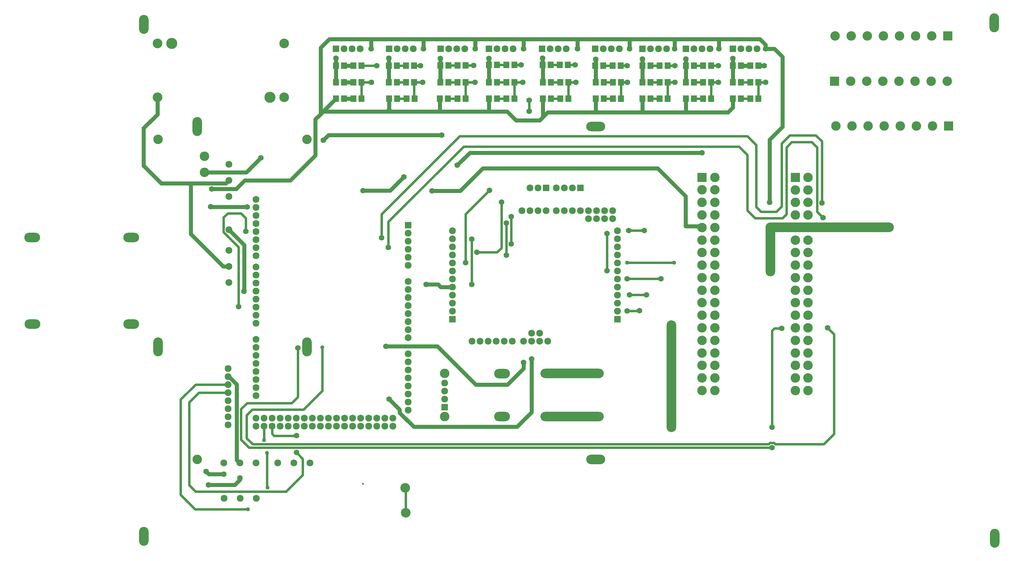
<source format=gtl>
%FSLAX44Y44*%
%MOMM*%
G71*
G01*
G75*
G04 Layer_Physical_Order=1*
G04 Layer_Color=255*
%ADD10R,1.9050X2.1590*%
%ADD11C,0.7620*%
%ADD12C,1.2700*%
%ADD13C,3.0480*%
%ADD14C,0.5080*%
%ADD15C,3.0000*%
%ADD16O,3.0000X6.0000*%
%ADD17O,6.0000X3.0000*%
%ADD18O,5.0000X3.0000*%
%ADD19R,2.1590X2.1590*%
%ADD20C,2.1590*%
%ADD21R,2.1590X2.1590*%
%ADD22R,3.0000X3.0000*%
%ADD23C,3.0480*%
%ADD24C,3.5000*%
%ADD25O,20.0000X3.0000*%
%ADD26C,1.2700*%
%ADD27C,1.7780*%
D10*
X2509266Y1894078D02*
D03*
X2483866D02*
D03*
X2510536Y1842008D02*
D03*
X2485136D02*
D03*
Y1789938D02*
D03*
X2510536D02*
D03*
X1857756Y1894078D02*
D03*
X1832356D02*
D03*
X1857756Y1841754D02*
D03*
X1832356D02*
D03*
X1833372Y1789938D02*
D03*
X1858772D02*
D03*
X2020316Y1895348D02*
D03*
X1994916D02*
D03*
X2020316Y1842008D02*
D03*
X1994916D02*
D03*
Y1789938D02*
D03*
X2020316D02*
D03*
X2173986Y1896618D02*
D03*
X2148586D02*
D03*
X2173986Y1842008D02*
D03*
X2148586D02*
D03*
Y1789938D02*
D03*
X2173986D02*
D03*
X2342896Y1896618D02*
D03*
X2317496D02*
D03*
X2344166Y1842008D02*
D03*
X2318766D02*
D03*
Y1789938D02*
D03*
X2344166D02*
D03*
X2657856Y1894078D02*
D03*
X2632456D02*
D03*
X2657856Y1842008D02*
D03*
X2632456D02*
D03*
Y1789938D02*
D03*
X2657856D02*
D03*
X2795016Y1894078D02*
D03*
X2769616D02*
D03*
X2795016Y1842008D02*
D03*
X2769616D02*
D03*
Y1789938D02*
D03*
X2795016D02*
D03*
X2943606Y1894078D02*
D03*
X2918206D02*
D03*
X2943606Y1842008D02*
D03*
X2918206D02*
D03*
Y1789938D02*
D03*
X2943606D02*
D03*
X1691386Y1894078D02*
D03*
X1665986D02*
D03*
X1691386Y1842008D02*
D03*
X1665986D02*
D03*
Y1789938D02*
D03*
X1691386D02*
D03*
X2429256Y1894078D02*
D03*
X2454656D02*
D03*
X2430526Y1842008D02*
D03*
X2455926D02*
D03*
X2430526Y1789938D02*
D03*
X2455926D02*
D03*
X1777746Y1894078D02*
D03*
X1803146D02*
D03*
X1777746Y1841754D02*
D03*
X1803146D02*
D03*
X1778762Y1789938D02*
D03*
X1804162D02*
D03*
X1940306Y1895348D02*
D03*
X1965706D02*
D03*
X1940306Y1842008D02*
D03*
X1965706D02*
D03*
X1939036Y1789938D02*
D03*
X1964436D02*
D03*
X2093976Y1896618D02*
D03*
X2119376D02*
D03*
X2093976Y1842008D02*
D03*
X2119376D02*
D03*
X2093976Y1789938D02*
D03*
X2119376D02*
D03*
X2262886Y1896618D02*
D03*
X2288286D02*
D03*
X2264156Y1842008D02*
D03*
X2289556D02*
D03*
X2264156Y1789938D02*
D03*
X2289556D02*
D03*
X2577846Y1894078D02*
D03*
X2603246D02*
D03*
X2577846Y1842008D02*
D03*
X2603246D02*
D03*
X2577846Y1789938D02*
D03*
X2603246D02*
D03*
X2715006Y1894078D02*
D03*
X2740406D02*
D03*
X2715006Y1842008D02*
D03*
X2740406D02*
D03*
X2715006Y1789938D02*
D03*
X2740406D02*
D03*
X2863596Y1894078D02*
D03*
X2888996D02*
D03*
X2863596Y1842008D02*
D03*
X2888996D02*
D03*
X2863596Y1789938D02*
D03*
X2888996D02*
D03*
X1611376Y1894078D02*
D03*
X1636776D02*
D03*
X1611376Y1842008D02*
D03*
X1636776D02*
D03*
X1611376Y1789938D02*
D03*
X1636776D02*
D03*
D11*
X1508506Y808228D02*
X1567942Y867664D01*
Y1004316D01*
X1337056Y687578D02*
X2986786D01*
X1311656Y712978D02*
X1337056Y687578D01*
X1311656Y712978D02*
Y809498D01*
X1329436Y790448D02*
X1347216Y808228D01*
X1490726Y847598D02*
Y1002538D01*
X1471676Y828548D02*
X1490726Y847598D01*
X1330706Y828548D02*
X1471676D01*
X1311656Y809498D02*
X1330706Y828548D01*
X1691386Y1842008D02*
X1723136D01*
X1691386Y1894078D02*
X1739646D01*
X1691386Y1789938D02*
Y1842008D01*
X2943606D02*
X2966466D01*
X2888996D02*
X2918206D01*
X2943606Y1789938D02*
Y1842008D01*
X2888996Y1789938D02*
X2918206D01*
X2795016Y1894078D02*
X2817876D01*
X2795016Y1842008D02*
X2817876D01*
X2795016Y1789938D02*
Y1842008D01*
X2740406D02*
X2769616D01*
X2740406Y1789938D02*
X2769616D01*
X2740406Y1894078D02*
X2769616D01*
X2509266D02*
X2529586D01*
X2510536Y1842008D02*
X2530856D01*
X2455926D02*
X2485136D01*
X2455926Y1789938D02*
X2485136D01*
X2454656Y1894078D02*
X2483866D01*
X2603246D02*
X2632456D01*
X2603246Y1842008D02*
X2632456D01*
X2603246Y1789938D02*
X2632456D01*
X2657856D02*
Y1842008D01*
X2510536Y1789938D02*
Y1842008D01*
X2657856D02*
X2680716D01*
X2657856Y1894078D02*
X2680716D01*
X2342896Y1896618D02*
X2365756D01*
X2344166Y1842008D02*
X2368296D01*
X2288286Y1896618D02*
X2317496D01*
X2289556Y1842008D02*
X2318766D01*
X2289556Y1789938D02*
X2318766D01*
X2344166D02*
Y1842008D01*
X2173986Y1789938D02*
Y1842008D01*
X2119376D02*
X2148586D01*
X2119376Y1789938D02*
X2148586D01*
X2119376Y1896618D02*
X2148586D01*
X2173986D02*
X2195576D01*
X2173986Y1842008D02*
X2200656D01*
X1965706Y1895348D02*
X1994916D01*
X1965706Y1842008D02*
X1994916D01*
X1964436Y1789938D02*
X1994916D01*
X2020316D02*
Y1842008D01*
Y1895348D02*
X2045716D01*
X2020316Y1842008D02*
X2049526D01*
X1857756Y1894078D02*
X1878076D01*
X1858010Y1842008D02*
X1884426D01*
X1857756Y1790954D02*
Y1841754D01*
X1804162Y1789938D02*
X1833372D01*
X1803146Y1841754D02*
X1832356D01*
X1803146Y1894078D02*
X1832356D01*
X2529586Y1119378D02*
X2567686D01*
X2568956Y1120648D01*
X2534666Y1373378D02*
X2584196D01*
X2537206Y1170178D02*
X2590546D01*
X2529586Y1220978D02*
X2636266D01*
X2529586Y1271778D02*
X2678176D01*
X2039366Y1203198D02*
Y1346708D01*
X2020316Y1425448D02*
X2095246Y1500378D01*
X2020316Y1270508D02*
Y1271778D01*
Y1425448D01*
X2133346Y1318768D02*
Y1463548D01*
X2119376Y1304798D02*
X2133346Y1318768D01*
X2055876Y1304798D02*
X2119376D01*
X2220976Y1750568D02*
Y1784858D01*
X2163826Y1331468D02*
Y1417828D01*
X2148586Y1295908D02*
Y1397508D01*
X2466086Y1246378D02*
Y1364488D01*
X1829816Y560578D02*
X1831086Y559308D01*
Y481838D02*
Y559308D01*
X1256411Y1368816D02*
X1304036Y1321191D01*
X1256411Y1368816D02*
Y1383655D01*
X1257046Y1384290D01*
X1304036Y1133348D02*
Y1321191D01*
X1256411Y1383655D02*
Y1414653D01*
X1269746Y1427988D01*
X1311656D01*
X1326896Y1370838D02*
Y1412748D01*
X1311656Y1427988D02*
X1326896Y1412748D01*
X2909316Y1671828D02*
X2937256Y1643888D01*
Y1448308D02*
Y1643888D01*
Y1448308D02*
X2952496Y1433068D01*
X3000756D01*
X3017266Y1449578D01*
Y1648968D01*
X3042666Y1674368D01*
X3125216D01*
X3144266Y1461008D02*
Y1655318D01*
X3125216Y1674368D02*
X3144266Y1655318D01*
X1754886Y1350518D02*
Y1425448D01*
X2001266Y1671828D01*
X2909316D01*
X1776476Y1320038D02*
Y1401318D01*
X2013966Y1638808D01*
X2882646D01*
X2909316Y1612138D01*
Y1436878D02*
Y1612138D01*
Y1436878D02*
X2933446Y1412748D01*
X3019806D01*
X3032506Y1425448D01*
Y1636268D01*
X3049016Y1652778D01*
X3129026Y1433068D02*
X3148076Y1414018D01*
X3049016Y1652778D02*
X3112516D01*
X3129026Y1636268D01*
Y1433068D02*
Y1636268D01*
X1347216Y808228D02*
X1508506D01*
X3182366Y730758D02*
Y1045718D01*
X3162046Y1066038D02*
X3182366Y1045718D01*
X2986786Y752348D02*
Y1057148D01*
X2994406Y1064768D01*
X3017266D01*
X1409192Y731520D02*
Y755318D01*
Y731520D02*
X1415796Y724916D01*
X1486408Y725170D02*
X1486662Y724916D01*
X1486408Y725170D02*
Y725678D01*
Y672338D02*
X1506220Y652526D01*
Y601218D02*
Y652526D01*
X1453642Y548640D02*
X1506220Y601218D01*
X1168146Y548640D02*
X1453642D01*
X1147826Y568960D02*
X1168146Y548640D01*
X1147826Y568960D02*
Y830580D01*
X1178814Y861568D01*
X1271016D01*
X1415796Y724916D02*
X1486662D01*
X1167892Y886968D02*
X1271016D01*
X1121156Y840232D02*
X1167892Y886968D01*
X1121156Y538988D02*
Y840232D01*
Y538988D02*
X1166876Y493268D01*
X3150616Y699008D02*
X3182366Y730758D01*
X2976664Y699008D02*
X2980473Y702818D01*
X2993098D01*
X2996909Y699008D01*
X3150616D01*
X1329436Y717804D02*
Y790448D01*
Y717804D02*
X1348232Y699008D01*
X2976664D01*
X1383792Y711708D02*
Y755318D01*
X1393444Y564388D02*
Y671068D01*
Y564388D02*
X1395476Y562356D01*
Y561340D02*
Y562356D01*
X1166876Y493268D02*
X1333754D01*
D12*
X1570736Y1749298D02*
X2151126D01*
X1562481Y1741043D02*
Y1950593D01*
X1570736Y1749298D02*
X1611376Y1789938D01*
X1562481Y1741043D02*
X1570736Y1749298D01*
X1546098Y1724660D02*
X1562481Y1741043D01*
X1546098Y1610868D02*
Y1724660D01*
X1467358Y1532128D02*
X1546098Y1610868D01*
X1004316Y1578610D02*
Y1696974D01*
X1047800Y1740458D01*
Y1794510D01*
X2182876Y753618D02*
X2228596Y799338D01*
X1856486Y753618D02*
X2182876D01*
X1812036Y798068D02*
X1856486Y753618D01*
X1812036Y798068D02*
Y808228D01*
X1779016Y841248D02*
X1812036Y808228D01*
X2228596Y799338D02*
Y968248D01*
X2152396Y886968D02*
X2203196Y937768D01*
X1931416Y1007618D02*
X2052066Y886968D01*
X1636776Y1894078D02*
X1665986D01*
X1636776Y1842008D02*
X1665986D01*
X1636776Y1789938D02*
X1665986D01*
X1611376Y1842008D02*
Y1894078D01*
Y1918208D01*
X2888996Y1894078D02*
X2918206D01*
X2943606D02*
X2962656D01*
X2863596Y1842008D02*
Y1894078D01*
Y1916938D01*
X2715006Y1842008D02*
Y1894078D01*
Y1915668D01*
X2577846Y1842008D02*
Y1894078D01*
Y1915668D01*
X2264156Y1842008D02*
Y1895348D01*
X2262886Y1896618D02*
X2264156Y1895348D01*
X2262886Y1896618D02*
Y1918208D01*
X1940306Y1842008D02*
Y1895348D01*
Y1916938D01*
X1777746Y1841754D02*
Y1894078D01*
Y1918208D01*
X1323086Y1532128D02*
X1467358D01*
X2966466Y1947418D02*
Y1960118D01*
X2948686Y1977898D02*
X2966466Y1960118D01*
X2819146Y1947418D02*
Y1976628D01*
X2679446Y1947418D02*
Y1976628D01*
X2537206Y1977898D02*
X2948686D01*
X2537206Y1947418D02*
Y1977898D01*
X2373376Y1947418D02*
Y1977898D01*
X2537206D01*
X2050796Y1947418D02*
Y1976628D01*
X2203196Y1977898D02*
X2373376D01*
X2203196Y1947418D02*
Y1977898D01*
X1886966Y1947418D02*
Y1977898D01*
X2203196D01*
X1721866Y1947418D02*
Y1976628D01*
X1562481Y1950593D02*
X1589786Y1977898D01*
X1886966D01*
X2430526Y1842008D02*
Y1914398D01*
X2093976Y1842008D02*
Y1896618D01*
Y1916938D01*
X2151126Y1749298D02*
X2179066Y1721358D01*
X2253996D01*
X2848356Y1746758D02*
X2863596Y1761998D01*
Y1789938D01*
X2715006Y1748028D02*
Y1789938D01*
X2577846Y1748028D02*
Y1789938D01*
X2430526Y1749298D02*
Y1789938D01*
X2279396Y1746758D02*
X2848356D01*
X2264156Y1734971D02*
Y1789938D01*
X2253996Y1721358D02*
X2279396Y1746758D01*
X2093976Y1751838D02*
Y1789938D01*
X1939036Y1750568D02*
Y1789938D01*
X1778762Y1752092D02*
Y1789938D01*
X2966466Y1947418D02*
X2994406D01*
X3019806Y1922018D01*
Y1701038D02*
Y1922018D01*
X2979166Y1660398D02*
X3019806Y1701038D01*
X2979166Y1462278D02*
Y1660398D01*
X1273556Y1375918D02*
X1321816Y1327658D01*
Y1182878D02*
Y1327658D01*
X1320546Y1181608D02*
X1321816Y1182878D01*
X1216152Y1448308D02*
X1330706D01*
X1768856Y1007618D02*
X1931416D01*
X2203196Y937768D02*
Y956818D01*
X1895856Y1203198D02*
X1933702D01*
X1941604Y1195296D01*
X1978328D01*
X1271016Y912368D02*
X1273455D01*
X1297940Y887883D01*
Y649224D02*
Y887883D01*
Y649224D02*
X1307846Y639318D01*
X1209802Y603758D02*
X1257046D01*
X1201420Y612140D02*
X1209802Y603758D01*
X1215390Y1449070D02*
X1216152Y1448308D01*
X1295908Y1504950D02*
X1323086Y1532128D01*
X1219200Y1504950D02*
X1295908D01*
X1209040Y570230D02*
X1292098D01*
X1307846Y585978D01*
Y592328D01*
X1272032Y1532128D02*
X1273556D01*
X2033270Y1619250D02*
X2766060D01*
X1993900Y1579880D02*
X2033270Y1619250D01*
X1587500Y1675130D02*
X1944370D01*
X1570990Y1658620D02*
X1587500Y1675130D01*
X1196340Y1557020D02*
X1328420D01*
X1374140Y1602740D01*
X1696720Y1499870D02*
X1781810D01*
X1824990Y1543050D01*
X1913890Y1498600D02*
X2002790D01*
X2073910Y1569720D01*
X2626360D01*
X2713990Y1482090D01*
Y1386840D02*
Y1482090D01*
Y1386840D02*
X2762522D01*
X2766314Y1383048D01*
X1255522Y1260348D02*
X1273556D01*
X1153414Y1362456D02*
X1255522Y1260348D01*
X1264158Y1522730D02*
X1273556Y1532128D01*
X1004316Y1578610D02*
X1060196Y1522730D01*
X1153414D01*
X1264158D01*
X1153414Y1362456D02*
Y1522730D01*
X2052066Y886968D02*
X2152396D01*
D13*
X2669286Y752348D02*
Y1074928D01*
X2981706Y1243838D02*
Y1383538D01*
X3356356D01*
D14*
X1695404Y574248D02*
X1696974Y572678D01*
D15*
X1049342Y1661092D02*
D03*
X1519342D02*
D03*
X1173480Y650240D02*
D03*
X3186176Y1988058D02*
D03*
X3236976D02*
D03*
X3287776D02*
D03*
X3338576D02*
D03*
X3389376D02*
D03*
X3490976D02*
D03*
X3440176D02*
D03*
X3188716Y1703578D02*
D03*
X3239516D02*
D03*
X3290316D02*
D03*
X3341116D02*
D03*
X3391916D02*
D03*
X3493516D02*
D03*
X3442716D02*
D03*
X3539490Y1845310D02*
D03*
X3488690D02*
D03*
X3437890D02*
D03*
X3387090D02*
D03*
X3336290D02*
D03*
X3234690D02*
D03*
X3285490D02*
D03*
X2766314Y1501848D02*
D03*
Y1462248D02*
D03*
Y1422648D02*
D03*
Y1383048D02*
D03*
Y1343448D02*
D03*
Y1303848D02*
D03*
Y1264248D02*
D03*
Y1224648D02*
D03*
Y1185048D02*
D03*
Y1145448D02*
D03*
Y1105848D02*
D03*
Y1066248D02*
D03*
Y1026648D02*
D03*
Y987048D02*
D03*
Y947448D02*
D03*
Y907848D02*
D03*
Y868248D02*
D03*
X2806314Y1541448D02*
D03*
Y1501848D02*
D03*
Y1462248D02*
D03*
Y1422648D02*
D03*
Y1383048D02*
D03*
Y1343448D02*
D03*
Y1303848D02*
D03*
Y1264248D02*
D03*
Y1224648D02*
D03*
Y1185048D02*
D03*
Y1145448D02*
D03*
Y1105848D02*
D03*
Y1066248D02*
D03*
Y1026648D02*
D03*
Y987048D02*
D03*
Y947448D02*
D03*
Y907848D02*
D03*
Y868248D02*
D03*
X3060532Y1501804D02*
D03*
Y1462204D02*
D03*
Y1422604D02*
D03*
Y1383004D02*
D03*
Y1343404D02*
D03*
Y1303804D02*
D03*
Y1264204D02*
D03*
Y1224604D02*
D03*
Y1185004D02*
D03*
Y1145404D02*
D03*
Y1105804D02*
D03*
Y1066204D02*
D03*
Y1026604D02*
D03*
Y987004D02*
D03*
Y947404D02*
D03*
Y907804D02*
D03*
Y868204D02*
D03*
X3100532Y1541404D02*
D03*
Y1501804D02*
D03*
Y1462204D02*
D03*
Y1422604D02*
D03*
Y1383004D02*
D03*
Y1343404D02*
D03*
Y1303804D02*
D03*
Y1264204D02*
D03*
Y1224604D02*
D03*
Y1185004D02*
D03*
Y1145404D02*
D03*
Y1105804D02*
D03*
Y1066204D02*
D03*
Y1026604D02*
D03*
Y987004D02*
D03*
Y947404D02*
D03*
Y907804D02*
D03*
Y868204D02*
D03*
X1196340Y1607820D02*
D03*
Y1557020D02*
D03*
X1954276Y785848D02*
D03*
Y922048D02*
D03*
D16*
X1049342Y1006092D02*
D03*
X1519342D02*
D03*
X1173480Y1701800D02*
D03*
X1004570Y2024634D02*
D03*
Y407416D02*
D03*
X3689858Y401828D02*
D03*
X3688334Y2029714D02*
D03*
D17*
X2430780Y650240D02*
D03*
Y1701800D02*
D03*
D18*
X964946Y1077722D02*
D03*
Y1351534D02*
D03*
X652946Y1351788D02*
D03*
X653288Y1077722D02*
D03*
X2135276Y921512D02*
D03*
Y785848D02*
D03*
D19*
X2274316Y1507998D02*
D03*
X1779016Y1947418D02*
D03*
X1941576D02*
D03*
X2093976D02*
D03*
X2261616D02*
D03*
X2429256D02*
D03*
X2577846D02*
D03*
X2715006D02*
D03*
X2863596D02*
D03*
X2382266Y1507998D02*
D03*
X1611376Y1947418D02*
D03*
D20*
X2248916Y1507998D02*
D03*
X2223516D02*
D03*
X1954276Y892048D02*
D03*
Y866648D02*
D03*
Y841248D02*
D03*
X1855216Y1947418D02*
D03*
X1829816D02*
D03*
X1804416D02*
D03*
X2017776D02*
D03*
X1992376D02*
D03*
X1966976D02*
D03*
X2170176D02*
D03*
X2144776D02*
D03*
X2119376D02*
D03*
X2337816D02*
D03*
X2312416D02*
D03*
X2287016D02*
D03*
X2505456D02*
D03*
X2480056D02*
D03*
X2454656D02*
D03*
X2654046D02*
D03*
X2628646D02*
D03*
X2603246D02*
D03*
X2791206D02*
D03*
X2765806D02*
D03*
X2740406D02*
D03*
X2939796D02*
D03*
X2914396D02*
D03*
X2888996D02*
D03*
X2306066Y1507998D02*
D03*
X2331466D02*
D03*
X2356866D02*
D03*
X1687576Y1947418D02*
D03*
X1662176D02*
D03*
X1636776D02*
D03*
X1271016Y836168D02*
D03*
Y759968D02*
D03*
Y785368D02*
D03*
Y810768D02*
D03*
Y861568D02*
D03*
Y886968D02*
D03*
Y912368D02*
D03*
Y937768D02*
D03*
X1273556Y1481328D02*
D03*
Y1532128D02*
D03*
Y1582928D02*
D03*
Y1209548D02*
D03*
Y1260348D02*
D03*
Y1311148D02*
D03*
X1359916Y527558D02*
D03*
X1309116D02*
D03*
X1258316D02*
D03*
X1257046Y639318D02*
D03*
X1307846D02*
D03*
X1358646D02*
D03*
X1427226D02*
D03*
X1478026D02*
D03*
X1528826D02*
D03*
X1358392Y1471598D02*
D03*
Y1446198D02*
D03*
Y1420798D02*
D03*
Y1395398D02*
D03*
Y1369998D02*
D03*
Y1344598D02*
D03*
Y1319198D02*
D03*
Y1293798D02*
D03*
Y1258238D02*
D03*
Y1232838D02*
D03*
Y1207438D02*
D03*
Y1182038D02*
D03*
Y1156638D02*
D03*
Y1131238D02*
D03*
Y1105838D02*
D03*
Y1080438D02*
D03*
Y1029638D02*
D03*
Y1004238D02*
D03*
Y978838D02*
D03*
Y953438D02*
D03*
Y928038D02*
D03*
Y902638D02*
D03*
Y877238D02*
D03*
Y851838D02*
D03*
X1790192Y755318D02*
D03*
Y780718D02*
D03*
X1764792Y755318D02*
D03*
Y780718D02*
D03*
X1739392Y755318D02*
D03*
Y780718D02*
D03*
X1713992Y755318D02*
D03*
Y780718D02*
D03*
X1688592Y755318D02*
D03*
Y780718D02*
D03*
X1663192Y755318D02*
D03*
Y780718D02*
D03*
X1637792Y755318D02*
D03*
Y780718D02*
D03*
X1612392Y755318D02*
D03*
Y780718D02*
D03*
X1586992Y755318D02*
D03*
Y780718D02*
D03*
X1561592Y755318D02*
D03*
Y780718D02*
D03*
X1536192Y755318D02*
D03*
Y780718D02*
D03*
X1510792Y755318D02*
D03*
Y780718D02*
D03*
X1485392Y755318D02*
D03*
Y780718D02*
D03*
X1459992Y755318D02*
D03*
Y780718D02*
D03*
X1434592Y755318D02*
D03*
Y780718D02*
D03*
X1409192Y755318D02*
D03*
Y780718D02*
D03*
X1383792Y755318D02*
D03*
Y780718D02*
D03*
X1358392Y755318D02*
D03*
Y780718D02*
D03*
X1838452Y831518D02*
D03*
Y856918D02*
D03*
Y882318D02*
D03*
Y907718D02*
D03*
Y933118D02*
D03*
Y958518D02*
D03*
Y983918D02*
D03*
Y1034718D02*
D03*
Y1060118D02*
D03*
Y1085518D02*
D03*
Y1110918D02*
D03*
Y1136318D02*
D03*
Y1161718D02*
D03*
Y1187118D02*
D03*
Y1212518D02*
D03*
Y1263318D02*
D03*
Y1288718D02*
D03*
Y1314118D02*
D03*
Y1339518D02*
D03*
Y1364918D02*
D03*
Y806118D02*
D03*
X2198038Y1436596D02*
D03*
X2223438D02*
D03*
X2248838D02*
D03*
X2274238D02*
D03*
X2305988D02*
D03*
X2331388D02*
D03*
X2356788D02*
D03*
X2382188D02*
D03*
X2407588D02*
D03*
X2432988D02*
D03*
X2458388D02*
D03*
X2483788D02*
D03*
X2407588Y1411196D02*
D03*
X2432988D02*
D03*
X2458388D02*
D03*
X2483788D02*
D03*
X2499028Y1373096D02*
D03*
Y1347696D02*
D03*
Y1322296D02*
D03*
Y1296896D02*
D03*
Y1271496D02*
D03*
Y1246096D02*
D03*
Y1220696D02*
D03*
Y1195296D02*
D03*
Y1169896D02*
D03*
Y1144496D02*
D03*
Y1119096D02*
D03*
X1978328Y1373096D02*
D03*
Y1347696D02*
D03*
Y1322296D02*
D03*
Y1296896D02*
D03*
Y1271496D02*
D03*
Y1246096D02*
D03*
Y1220696D02*
D03*
Y1195296D02*
D03*
Y1169896D02*
D03*
Y1144496D02*
D03*
Y1119096D02*
D03*
X2065958Y1023846D02*
D03*
X2040558D02*
D03*
X2091358D02*
D03*
X2116758D02*
D03*
X2142158D02*
D03*
X2167558D02*
D03*
X2203118D02*
D03*
X2228518D02*
D03*
X2253918D02*
D03*
X2279318D02*
D03*
X2228518Y1049246D02*
D03*
X2253918D02*
D03*
X1273556Y1375918D02*
D03*
D21*
X1954276Y815848D02*
D03*
X1838452Y1390318D02*
D03*
X1978328Y1093696D02*
D03*
X2499028D02*
D03*
D22*
X3541776Y1988058D02*
D03*
X3544316Y1703578D02*
D03*
X3183890Y1845310D02*
D03*
X2766314Y1541448D02*
D03*
X3060532Y1541404D02*
D03*
D23*
X1047800Y1964510D02*
D03*
Y1794510D02*
D03*
X1447800Y1964510D02*
D03*
Y1794510D02*
D03*
X2981706Y1243838D02*
D03*
X3356356Y1383538D02*
D03*
X2669286Y752348D02*
D03*
Y1074928D02*
D03*
X1831086Y481838D02*
D03*
X1829816Y560578D02*
D03*
D24*
X1402800Y1794510D02*
D03*
X1092800Y1964510D02*
D03*
D25*
X2356104Y922020D02*
D03*
Y785876D02*
D03*
D26*
X1567942Y1004316D02*
D03*
X2678176Y1271778D02*
D03*
X2529586D02*
D03*
X1383792Y711708D02*
D03*
X1393444Y671068D02*
D03*
X1395476Y561340D02*
D03*
X1333754Y493268D02*
D03*
D27*
X3017012Y1064768D02*
D03*
X1723136Y1842008D02*
D03*
X1739646Y1894078D02*
D03*
X1611376Y1918208D02*
D03*
X2962656Y1894078D02*
D03*
X2966466Y1842008D02*
D03*
X2863596Y1916938D02*
D03*
X2817876Y1894078D02*
D03*
Y1842008D02*
D03*
X2715006Y1915668D02*
D03*
X2529586Y1894078D02*
D03*
X2530856Y1842008D02*
D03*
X2430526Y1914398D02*
D03*
X2577846Y1915668D02*
D03*
X2680716Y1842008D02*
D03*
Y1894078D02*
D03*
X2365756Y1896618D02*
D03*
X2368296Y1842008D02*
D03*
X2262886Y1918208D02*
D03*
X2195576Y1896618D02*
D03*
X2200656Y1842008D02*
D03*
X1940306Y1916938D02*
D03*
X2045716Y1895348D02*
D03*
X2049526Y1842008D02*
D03*
X1878076Y1894078D02*
D03*
X1884426Y1842008D02*
D03*
X1777746Y1918208D02*
D03*
X2529586Y1119378D02*
D03*
X2568956Y1120648D02*
D03*
X2584196Y1373378D02*
D03*
X2534666D02*
D03*
X2590546Y1170178D02*
D03*
X2537206D02*
D03*
X2636266Y1220978D02*
D03*
X2529586D02*
D03*
X2039366Y1203198D02*
D03*
X2095246Y1500378D02*
D03*
X2039366Y1346708D02*
D03*
X2020316Y1271778D02*
D03*
X2133346Y1463548D02*
D03*
X2055876Y1304798D02*
D03*
X2220976Y1784858D02*
D03*
Y1750568D02*
D03*
X2163826Y1417828D02*
D03*
Y1331468D02*
D03*
X2148586Y1397508D02*
D03*
Y1295908D02*
D03*
X2466086Y1364488D02*
D03*
Y1246378D02*
D03*
X2966466Y1947418D02*
D03*
X2819146D02*
D03*
X2679446D02*
D03*
X2537206D02*
D03*
X2373376D02*
D03*
X2203196D02*
D03*
X2050796D02*
D03*
X1886966D02*
D03*
X1721866D02*
D03*
X2093976Y1916938D02*
D03*
X1778762Y1752092D02*
D03*
X2979166Y1462278D02*
D03*
X1320546Y1181608D02*
D03*
X1304036Y1133348D02*
D03*
X1326896Y1370838D02*
D03*
X1257046Y603758D02*
D03*
X1330706Y1448308D02*
D03*
X1307846Y592328D02*
D03*
X1779016Y841248D02*
D03*
X2228596Y968248D02*
D03*
X1768856Y1007618D02*
D03*
X2203196Y956818D02*
D03*
X1754886Y1350518D02*
D03*
X3144266Y1461008D02*
D03*
X1776476Y1320038D02*
D03*
X3148076Y1414018D02*
D03*
X3162046Y1066038D02*
D03*
X1490726Y1002538D02*
D03*
X2986786Y687578D02*
D03*
Y752348D02*
D03*
X1895856Y1203198D02*
D03*
X1201420Y612140D02*
D03*
X1215390Y1449070D02*
D03*
X1219200Y1504950D02*
D03*
X1209040Y570230D02*
D03*
X2766060Y1619250D02*
D03*
X1993900Y1579880D02*
D03*
X1944370Y1675130D02*
D03*
X1570990Y1658620D02*
D03*
X1374140Y1602740D02*
D03*
X1696720Y1499870D02*
D03*
X1824990Y1543050D02*
D03*
X1913890Y1498600D02*
D03*
X1486408Y725678D02*
D03*
Y672338D02*
D03*
M02*

</source>
